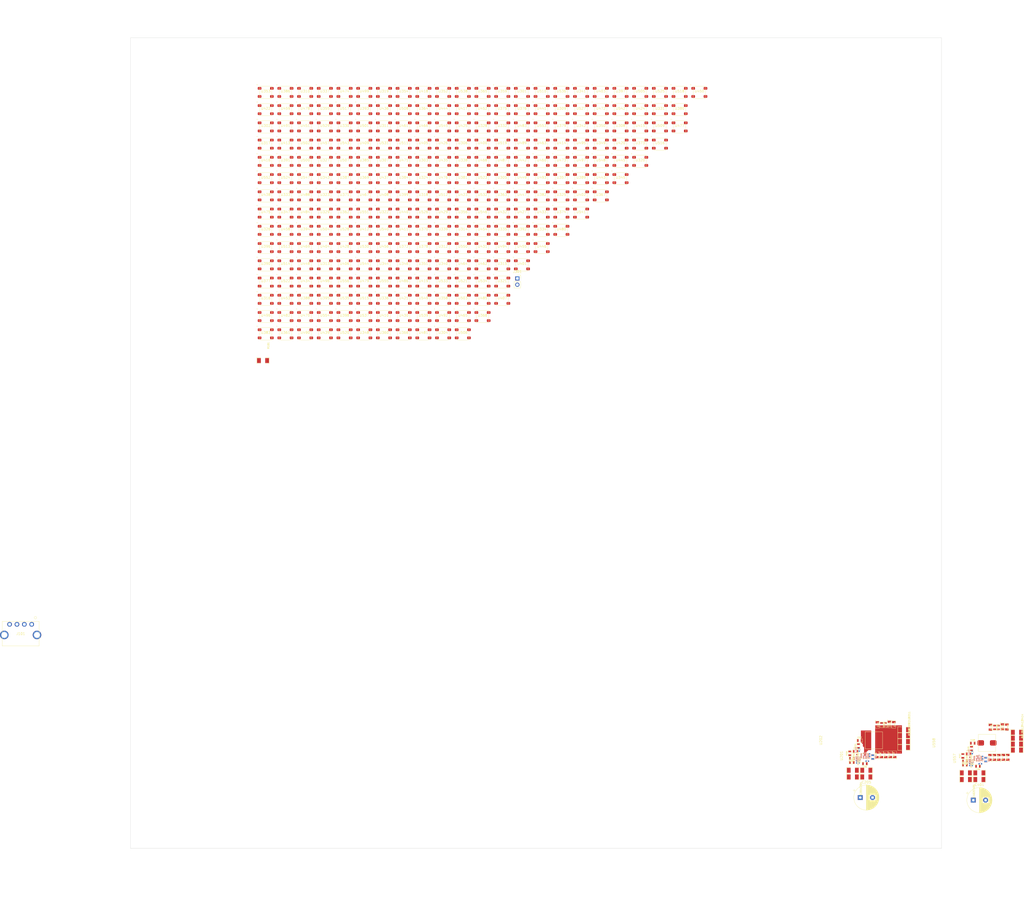
<source format=kicad_pcb>
(kicad_pcb (version 20211014) (generator pcbnew)
  (title_block (title "Shiny LED panel") (date "2022-11-16") (rev "0.1"))
  (layers (0 "F.Cu" signal) (1 "In1.Cu" signal) (2 "In2.Cu" signal) (31 "B.Cu" signal) (34 "B.Paste" user) (35 "F.Paste" user) (36 "B.SilkS" user "B.Silkscreen") (37 "F.SilkS" user "F.Silkscreen") (38 "B.Mask" user) (39 "F.Mask" user) (44 "Edge.Cuts" user))
  (net 0 "")
  (net 1 "GND")
  (net 2 "/Power Lane 0/PW_ENABLE")
  (net 3 "Net-(R201-Pad2)")
  (net 5 "/Power Lane 0/19V")
  (net 6 "Net-(C207-Pad1)")
  (net 7 "Net-(U201-Pad9)")
  (net 8 "Net-(C208-Pad1)")
  (net 9 "Net-(R203-Pad2)")
  (net 10 "Net-(R205-Pad1)")
  (net 11 "/Power Lane 0/POWER_OUT")
  (net 12 "Net-(U201-Pad6)")
  (net 13 "/Power Lane 0/PG")
  (net 14 "Net-(J301-Pad2)")
  (net 15 "/Lane 0/LANE_POWER")
  (net 16 "Net-(U301-Pad2)")
  (net 17 "Net-(U301-Pad4)")
  (net 18 "Net-(U302-Pad1)")
  (net 19 "Net-(U302-Pad2)")
  (net 20 "Net-(U302-Pad4)")
  (net 21 "Net-(U303-Pad1)")
  (net 22 "Net-(U303-Pad2)")
  (net 23 "Net-(U303-Pad4)")
  (net 24 "Net-(U304-Pad1)")
  (net 25 "Net-(U304-Pad2)")
  (net 26 "Net-(U304-Pad4)")
  (net 27 "Net-(U305-Pad1)")
  (net 28 "Net-(U305-Pad2)")
  (net 29 "Net-(U305-Pad4)")
  (net 30 "Net-(U306-Pad1)")
  (net 31 "Net-(U306-Pad2)")
  (net 32 "Net-(U306-Pad4)")
  (net 33 "Net-(U307-Pad1)")
  (net 34 "Net-(U307-Pad2)")
  (net 35 "Net-(U307-Pad4)")
  (net 36 "Net-(U308-Pad1)")
  (net 37 "Net-(U308-Pad2)")
  (net 38 "Net-(U308-Pad4)")
  (net 39 "Net-(U309-Pad4)")
  (net 40 "Net-(U310-Pad4)")
  (net 41 "Net-(U311-Pad4)")
  (net 42 "Net-(U312-Pad4)")
  (net 43 "Net-(U313-Pad4)")
  (net 44 "Net-(U314-Pad4)")
  (net 45 "Net-(U315-Pad4)")
  (net 46 "Net-(U316-Pad4)")
  (net 47 "Net-(U317-Pad4)")
  (net 48 "Net-(U318-Pad4)")
  (net 49 "Net-(U319-Pad4)")
  (net 50 "Net-(U320-Pad4)")
  (net 51 "Net-(U321-Pad4)")
  (net 52 "Net-(U322-Pad4)")
  (net 53 "Net-(U323-Pad4)")
  (net 54 "Net-(U324-Pad4)")
  (net 55 "Net-(U325-Pad4)")
  (net 56 "Net-(U326-Pad4)")
  (net 57 "Net-(U327-Pad4)")
  (net 58 "Net-(U328-Pad4)")
  (net 59 "Net-(U329-Pad4)")
  (net 60 "Net-(U330-Pad4)")
  (net 61 "Net-(U331-Pad4)")
  (net 62 "Net-(U332-Pad4)")
  (net 63 "Net-(U333-Pad4)")
  (net 64 "Net-(U334-Pad4)")
  (net 65 "Net-(U335-Pad4)")
  (net 66 "Net-(U336-Pad4)")
  (net 67 "Net-(U337-Pad4)")
  (net 68 "Net-(U338-Pad4)")
  (net 69 "Net-(U339-Pad4)")
  (net 70 "Net-(U340-Pad4)")
  (net 71 "Net-(U341-Pad4)")
  (net 72 "Net-(U342-Pad4)")
  (net 73 "Net-(U343-Pad4)")
  (net 74 "Net-(U344-Pad4)")
  (net 75 "Net-(U345-Pad4)")
  (net 76 "Net-(U346-Pad4)")
  (net 77 "Net-(U347-Pad4)")
  (net 78 "Net-(U348-Pad4)")
  (net 79 "Net-(U349-Pad4)")
  (net 80 "Net-(U350-Pad4)")
  (net 81 "Net-(U351-Pad4)")
  (net 82 "Net-(U352-Pad4)")
  (net 83 "Net-(U353-Pad4)")
  (net 84 "Net-(U354-Pad4)")
  (net 85 "Net-(U355-Pad4)")
  (net 86 "Net-(U356-Pad4)")
  (net 87 "Net-(U357-Pad4)")
  (net 88 "Net-(U358-Pad4)")
  (net 89 "Net-(U359-Pad4)")
  (net 90 "Net-(U360-Pad4)")
  (net 91 "Net-(U361-Pad4)")
  (net 92 "Net-(U362-Pad4)")
  (net 93 "Net-(U363-Pad4)")
  (net 94 "Net-(U364-Pad4)")
  (net 95 "Net-(U365-Pad4)")
  (net 96 "Net-(U366-Pad4)")
  (net 97 "Net-(U367-Pad4)")
  (net 98 "Net-(U368-Pad4)")
  (net 99 "Net-(U369-Pad4)")
  (net 100 "Net-(U370-Pad4)")
  (net 101 "Net-(U371-Pad4)")
  (net 102 "Net-(U372-Pad4)")
  (net 103 "Net-(U373-Pad4)")
  (net 104 "Net-(U374-Pad4)")
  (net 105 "Net-(U375-Pad4)")
  (net 106 "Net-(U376-Pad4)")
  (net 107 "Net-(U377-Pad4)")
  (net 108 "Net-(U378-Pad4)")
  (net 109 "Net-(U379-Pad4)")
  (net 110 "Net-(U380-Pad4)")
  (net 111 "Net-(U381-Pad4)")
  (net 112 "Net-(U382-Pad4)")
  (net 113 "Net-(U383-Pad4)")
  (net 114 "Net-(U384-Pad4)")
  (net 115 "Net-(U385-Pad4)")
  (net 116 "Net-(U386-Pad4)")
  (net 117 "Net-(U387-Pad4)")
  (net 118 "Net-(U388-Pad4)")
  (net 119 "Net-(U389-Pad4)")
  (net 120 "Net-(U390-Pad4)")
  (net 121 "Net-(U391-Pad4)")
  (net 122 "Net-(U392-Pad4)")
  (net 123 "Net-(U393-Pad4)")
  (net 124 "Net-(U394-Pad4)")
  (net 125 "Net-(U395-Pad4)")
  (net 126 "Net-(U396-Pad4)")
  (net 127 "Net-(U397-Pad4)")
  (net 128 "Net-(U398-Pad4)")
  (net 129 "Net-(U399-Pad4)")
  (net 130 "Net-(U400-Pad4)")
  (net 131 "Net-(U401-Pad4)")
  (net 132 "Net-(U402-Pad4)")
  (net 133 "Net-(U403-Pad4)")
  (net 134 "Net-(U404-Pad4)")
  (net 135 "Net-(U405-Pad4)")
  (net 136 "Net-(U406-Pad4)")
  (net 137 "Net-(U407-Pad4)")
  (net 138 "Net-(U408-Pad4)")
  (net 139 "Net-(U409-Pad4)")
  (net 140 "Net-(U410-Pad4)")
  (net 141 "Net-(U411-Pad4)")
  (net 142 "Net-(U412-Pad4)")
  (net 143 "Net-(U413-Pad4)")
  (net 144 "Net-(U414-Pad4)")
  (net 145 "Net-(U415-Pad4)")
  (net 146 "Net-(U416-Pad4)")
  (net 147 "Net-(U417-Pad4)")
  (net 148 "Net-(U418-Pad4)")
  (net 149 "Net-(U419-Pad4)")
  (net 150 "Net-(U420-Pad4)")
  (net 151 "/Lane 0/LANE_DIN")
  (net 152 "Net-(U429-Pad1)")
  (net 153 "Net-(U429-Pad2)")
  (net 154 "Net-(U430-Pad2)")
  (net 155 "Net-(U431-Pad2)")
  (net 156 "Net-(U432-Pad2)")
  (net 157 "Net-(U433-Pad2)")
  (net 158 "Net-(U434-Pad2)")
  (net 159 "Net-(U435-Pad2)")
  (net 160 "Net-(U436-Pad2)")
  (net 161 "Net-(U437-Pad2)")
  (net 162 "Net-(U438-Pad2)")
  (net 163 "Net-(U439-Pad2)")
  (net 164 "Net-(U440-Pad2)")
  (net 165 "Net-(U441-Pad2)")
  (net 166 "Net-(U442-Pad2)")
  (net 167 "Net-(U443-Pad2)")
  (net 168 "Net-(U444-Pad2)")
  (net 169 "Net-(U445-Pad1)")
  (net 170 "Net-(U445-Pad2)")
  (net 171 "Net-(U446-Pad2)")
  (net 172 "Net-(U447-Pad2)")
  (net 173 "Net-(U448-Pad2)")
  (net 174 "Net-(U449-Pad2)")
  (net 175 "Net-(U450-Pad2)")
  (net 176 "Net-(U451-Pad2)")
  (net 177 "Net-(U452-Pad2)")
  (net 178 "Net-(U453-Pad2)")
  (net 179 "Net-(U454-Pad2)")
  (net 180 "Net-(U455-Pad2)")
  (net 181 "Net-(U456-Pad2)")
  (net 182 "Net-(U457-Pad2)")
  (net 183 "Net-(U458-Pad2)")
  (net 184 "Net-(U459-Pad2)")
  (net 185 "Net-(U460-Pad2)")
  (net 186 "Net-(U461-Pad1)")
  (net 187 "Net-(U461-Pad2)")
  (net 188 "Net-(U462-Pad2)")
  (net 189 "Net-(U463-Pad2)")
  (net 190 "Net-(U464-Pad2)")
  (net 191 "Net-(U465-Pad2)")
  (net 192 "Net-(U466-Pad2)")
  (net 193 "Net-(U467-Pad2)")
  (net 194 "Net-(U468-Pad2)")
  (net 195 "Net-(U469-Pad2)")
  (net 196 "Net-(U470-Pad2)")
  (net 197 "Net-(U471-Pad2)")
  (net 198 "Net-(U472-Pad2)")
  (net 199 "Net-(U473-Pad2)")
  (net 200 "Net-(U474-Pad2)")
  (net 201 "Net-(U475-Pad2)")
  (net 202 "Net-(U476-Pad2)")
  (net 203 "Net-(U477-Pad1)")
  (net 204 "Net-(U477-Pad2)")
  (net 205 "Net-(U478-Pad2)")
  (net 206 "Net-(U479-Pad2)")
  (net 207 "Net-(U480-Pad2)")
  (net 208 "Net-(U481-Pad2)")
  (net 209 "Net-(U482-Pad2)")
  (net 210 "Net-(U483-Pad2)")
  (net 211 "Net-(U484-Pad2)")
  (net 212 "Net-(U485-Pad2)")
  (net 213 "Net-(U486-Pad2)")
  (net 214 "Net-(U487-Pad2)")
  (net 215 "Net-(U488-Pad2)")
  (net 216 "Net-(U489-Pad2)")
  (net 217 "Net-(U490-Pad2)")
  (net 218 "Net-(U491-Pad2)")
  (net 219 "Net-(U492-Pad2)")
  (net 220 "Net-(U493-Pad1)")
  (net 221 "Net-(U493-Pad2)")
  (net 222 "Net-(U494-Pad2)")
  (net 223 "Net-(U495-Pad2)")
  (net 224 "Net-(U496-Pad2)")
  (net 225 "Net-(U497-Pad2)")
  (net 226 "Net-(U498-Pad2)")
  (net 227 "Net-(U499-Pad2)")
  (net 228 "Net-(U500-Pad2)")
  (net 229 "Net-(U501-Pad2)")
  (net 230 "Net-(U502-Pad2)")
  (net 231 "Net-(U503-Pad2)")
  (net 232 "Net-(U504-Pad2)")
  (net 233 "Net-(U505-Pad2)")
  (net 234 "Net-(U506-Pad2)")
  (net 235 "Net-(U507-Pad2)")
  (net 236 "Net-(U508-Pad2)")
  (net 237 "Net-(U509-Pad1)")
  (net 238 "Net-(U509-Pad2)")
  (net 239 "Net-(U510-Pad2)")
  (net 240 "Net-(U511-Pad2)")
  (net 241 "Net-(U512-Pad2)")
  (net 242 "Net-(U513-Pad2)")
  (net 243 "Net-(U514-Pad2)")
  (net 244 "Net-(U515-Pad2)")
  (net 245 "Net-(U516-Pad2)")
  (net 246 "Net-(U517-Pad2)")
  (net 247 "Net-(U518-Pad2)")
  (net 248 "Net-(U519-Pad2)")
  (net 249 "Net-(U520-Pad2)")
  (net 250 "Net-(U521-Pad2)")
  (net 251 "Net-(U522-Pad2)")
  (net 252 "Net-(U523-Pad2)")
  (net 253 "Net-(U524-Pad2)")
  (net 254 "Net-(U525-Pad1)")
  (net 255 "Net-(U525-Pad2)")
  (net 256 "Net-(U526-Pad2)")
  (net 257 "Net-(U527-Pad2)")
  (net 258 "Net-(U528-Pad2)")
  (net 259 "Net-(U529-Pad2)")
  (net 260 "Net-(U530-Pad2)")
  (net 261 "Net-(U531-Pad2)")
  (net 262 "Net-(U532-Pad2)")
  (net 263 "Net-(U533-Pad2)")
  (net 264 "Net-(U534-Pad2)")
  (net 265 "Net-(U535-Pad2)")
  (net 266 "Net-(U536-Pad2)")
  (net 267 "Net-(U537-Pad2)")
  (net 268 "Net-(U538-Pad2)")
  (net 269 "Net-(U539-Pad2)")
  (net 270 "Net-(U540-Pad2)")
  (net 271 "Net-(U541-Pad1)")
  (net 272 "Net-(U541-Pad2)")
  (net 273 "Net-(U542-Pad2)")
  (net 274 "Net-(U543-Pad2)")
  (net 275 "Net-(U544-Pad2)")
  (net 276 "Net-(U545-Pad2)")
  (net 277 "Net-(U546-Pad2)")
  (net 278 "Net-(U547-Pad2)")
  (net 279 "Net-(U548-Pad2)")
  (net 280 "Net-(U549-Pad2)")
  (net 281 "Net-(U550-Pad2)")
  (net 282 "Net-(U551-Pad2)")
  (net 283 "Net-(U552-Pad2)")
  (net 284 "Net-(U553-Pad2)")
  (net 285 "Net-(U554-Pad2)")
  (net 286 "Net-(U555-Pad2)")
  (net 287 "Net-(C407-Pad2)")
  (net 288 "Net-(C408-Pad1)")
  (net 289 "Net-(C410-Pad1)")
  (net 290 "/Power Lane 1/PW_ENABLE")
  (net 291 "Net-(R401-Pad2)")
  (net 292 "Net-(R403-Pad2)")
  (net 293 "Net-(R405-Pad1)")
  (net 294 "/Power Lane 1/PG")
  (net 295 "Net-(R408-Pad1)")
  (net 296 "/Power Lane 1/POWER_OUT")
  (net 298 "/Power Lane 0/SW")
  (net 299 "/Power Lane 0/POUT_SW")
  (net 300 "/Power Lane 1/SW")
  (net 301 "/Power Lane 1/POUT_SW")
  (footprint "WorldSemi:WS2812B_50x50" (layer "F.Cu") (at 200.46 158.9)
    (fp_text reference "U490")
    (fp_text value "WS2812B")
  )
  (footprint "WorldSemi:WS2812B_50x50" (layer "F.Cu") (at 184.42 130.82)
    (fp_text reference "U390")
    (fp_text value "WS2812B")
  )
  (footprint "WorldSemi:WS2812B_50x50" (layer "F.Cu") (at 264.62 95.72)
    (fp_text reference "U381")
    (fp_text value "WS2812B")
  )
  (footprint "WorldSemi:WS2812B_50x50" (layer "F.Cu") (at 208.48 123.8)
    (fp_text reference "U404")
    (fp_text value "WS2812B")
  )
  (footprint "General_SMD:SM1206" (layer "F.Cu") (at 183.322079 169.785079)
    (fp_text reference "R101")
    (fp_text value "RES_1206" hide)
  )
  (footprint "WorldSemi:WS2812B_50x50" (layer "F.Cu") (at 272.64 67.64)
    (fp_text reference "U452")
    (fp_text value "WS2812B")
  )
  (footprint "WorldSemi:WS2812B_50x50" (layer "F.Cu") (at 328.78 74.66)
    (fp_text reference "U308")
    (fp_text value "WS2812B")
  )
  (footprint "WorldSemi:WS2812B_50x50" (layer "F.Cu") (at 304.72 81.68)
    (fp_text reference "U414")
    (fp_text value "WS2812B")
  )
  (footprint "WorldSemi:WS2812B_50x50" (layer "F.Cu") (at 304.72 95.72)
    (fp_text reference "U357")
    (fp_text value "WS2812B")
  )
  (footprint "General_SMD:SM1206" (layer "F.Cu") (at 428.800001 339.3 180)
    (fp_text reference "C201")
    (fp_text value "10uF - 50V" hide)
  )
  (footprint "WorldSemi:WS2812B_50x50" (layer "F.Cu") (at 192.44 144.86)
    (fp_text reference "U453")
    (fp_text value "WS2812B")
  )
  (footprint "General_SMD:SM1206" (layer "F.Cu") (at 444.099999 322.500001)
    (fp_text reference "R210")
    (fp_text value "0" hide)
  )
  (footprint "WorldSemi:WS2812B_50x50" (layer "F.Cu") (at 256.6 116.78)
    (fp_text reference "U339")
    (fp_text value "WS2812B")
  )
  (footprint "WorldSemi:WS2812B_50x50" (layer "F.Cu") (at 216.5 102.74)
    (fp_text reference "U371")
    (fp_text value "WS2812B")
  )
  (footprint "General_SMD:SM0603" (layer "F.Cu") (at 424.4 328.9)
    (fp_text reference "C219")
    (fp_text value "1uF" hide)
  )
  (footprint "WorldSemi:WS2812B_50x50" (layer "F.Cu") (at 248.58 67.64)
    (fp_text reference "U364")
    (fp_text value "WS2812B")
  )
  (footprint "WorldSemi:WS2812B_50x50" (layer "F.Cu") (at 192.44 102.74)
    (fp_text reference "U333")
    (fp_text value "WS2812B")
  )
  (footprint "WorldSemi:WS2812B_50x50" (layer "F.Cu") (at 216.5 130.82)
    (fp_text reference "U406")
    (fp_text value "WS2812B")
  )
  (footprint "WorldSemi:WS2812B_50x50" (layer "F.Cu") (at 216.5 60.62)
    (fp_text reference "U474")
    (fp_text value "WS2812B")
  )
  (footprint "WorldSemi:WS2812B_50x50" (layer "F.Cu") (at 232.54 116.78)
    (fp_text reference "U540")
    (fp_text value "WS2812B")
  )
  (footprint "WorldSemi:WS2812B_50x50" (layer "F.Cu") (at 264.62 144.86)
    (fp_text reference "U503")
    (fp_text value "WS2812B")
  )
  (footprint "WorldSemi:WS2812B_50x50" (layer "F.Cu") (at 320.76 60.62)
    (fp_text reference "U403")
    (fp_text value "WS2812B")
  )
  (footprint "WorldSemi:WS2812B_50x50" (layer "F.Cu") (at 312.74 67.64)
    (fp_text reference "U527")
    (fp_text value "WS2812B")
  )
  (footprint "WorldSemi:WS2812B_50x50" (layer "F.Cu") (at 184.42 88.7)
    (fp_text reference "U416")
    (fp_text value "WS2812B")
  )
  (footprint "General_SMD:SM0402" (layer "F.Cu") (at 425 332.299999 90)
    (fp_text reference "R204")
    (fp_text value "43k" hide)
  )
  (footprint "WorldSemi:WS2812B_50x50" (layer "F.Cu") (at 304.72 88.7)
    (fp_text reference "U473")
    (fp_text value "WS2812B")
  )
  (footprint "WorldSemi:WS2812B_50x50" (layer "F.Cu") (at 272.64 123.8)
    (fp_text reference "U431")
    (fp_text value "WS2812B")
  )
  (footprint "WorldSemi:WS2812B_50x50" (layer "F.Cu") (at 184.42 151.88)
    (fp_text reference "U496")
    (fp_text value "WS2812B")
  )
  (footprint "WorldSemi:WS2812B_50x50" (layer "F.Cu") (at 256.6 130.82)
    (fp_text reference "U340")
    (fp_text value "WS2812B")
  )
  (footprint "WorldSemi:WS2812B_50x50" (layer "F.Cu") (at 344.82 81.68)
    (fp_text reference "U516")
    (fp_text value "WS2812B")
  )
  (footprint "General_SMD:SM0805" (layer "F.Cu") (at 486.3365 331.3255 90)
    (fp_text reference "C415")
    (fp_text value "10uF - 16V" hide)
  )
  (footprint "General_SMD:SM0603" (layer "F.Cu") (at 428.199999 333.900001 180)
    (fp_text reference "C206")
    (fp_text value "100nF" hide)
  )
  (footprint "WorldSemi:WS2812B_50x50" (layer "F.Cu") (at 352.84 74.66)
    (fp_text reference "U477")
    (fp_text value "WS2812B")
  )
  (footprint "WorldSemi:WS2812B_50x50" (layer "F.Cu") (at 192.44 123.8)
    (fp_text reference "U513")
    (fp_text value "WS2812B")
  )
  (footprint "WorldSemi:WS2812B_50x50" (layer "F.Cu") (at 208.48 88.7)
    (fp_text reference "U327")
    (fp_text value "WS2812B")
  )
  (footprint "WorldSemi:WS2812B_50x50" (layer "F.Cu") (at 200.46 130.82)
    (fp_text reference "U448")
    (fp_text value "WS2812B")
  )
  (footprint "WorldSemi:WS2812B_50x50" (layer "F.Cu") (at 248.58 151.88)
    (fp_text reference "U539")
    (fp_text value "WS2812B")
  )
  (footprint "General_SMD:SM1206" (layer "F.Cu") (at 490.100001 321.1525)
    (fp_text reference "R414")
    (fp_text value "0" hide)
  )
  (footprint "Capacitor_THT:CP_Radial_D10.0mm_P5.00mm" (layer "F.Cu") (at 472.332324 348.752502)
    (fp_text reference "C401")
    (fp_text value "100uF")
  )
  (footprint "General_SMD:SM1206" (layer "F.Cu") (at 444.1 327.300001)
    (fp_text reference "R208")
    (fp_text value "0" hide)
  )
  (footprint "WorldSemi:WS2812B_50x50" (layer "F.Cu") (at 232.54 109.76)
    (fp_text reference "U322")
    (fp_text value "WS2812B")
  )
  (footprint "WorldSemi:WS2812B_50x50" (layer "F.Cu") (at 232.54 74.66)
    (fp_text reference "U311")
    (fp_text value "WS2812B")
  )
  (footprint "WorldSemi:WS2812B_50x50" (layer "F.Cu") (at 264.62 158.9)
    (fp_text reference "U506")
    (fp_text value "WS2812B")
  )
  (footprint "WorldSemi:WS2812B_50x50" (layer "F.Cu") (at 232.54 130.82)
    (fp_text reference "U344")
    (fp_text value "WS2812B")
  )
  (footprint "WorldSemi:WS2812B_50x50" (layer "F.Cu") (at 216.5 81.68)
    (fp_text reference "U543")
    (fp_text value "WS2812B")
  )
  (footprint "WorldSemi:WS2812B_50x50" (layer "F.Cu") (at 280.66 95.72)
    (fp_text reference "U305")
    (fp_text value "WS2812B")
  )
  (footprint "WorldSemi:WS2812B_50x50" (layer "F.Cu") (at 336.8 74.66)
    (fp_text reference "U415")
    (fp_text value "WS2812B")
  )
  (footprint "WorldSemi:WS2812B_50x50" (layer "F.Cu") (at 280.66 109.76)
    (fp_text reference "U432")
    (fp_text value "WS2812B")
  )
  (footprint "General_SMD:SM1206" (layer "F.Cu") (at 423.3 336.600001)
    (fp_text reference "C202")
    (fp_text value "10uF - 50V" hide)
  )
  (footprint "General_SMD:SM0603" (layer "F.Cu") (at 481.000001 319.152501 -90)
    (fp_text reference "C420")
    (fp_text value "100nF" hide)
  )
  (footprint "WorldSemi:WS2812B_50x50" (layer "F.Cu") (at 184.42 158.9)
    (fp_text reference "U383")
    (fp_text value "WS2812B")
  )
  (footprint "WorldSemi:WS2812B_50x50" (layer "F.Cu") (at 296.7 109.76)
    (fp_text reference "U433")
    (fp_text value "WS2812B")
  )
  (footprint "WorldSemi:WS2812B_50x50" (layer "F.Cu") (at 224.52 109.76)
    (fp_text reference "U551")
    (fp_text value "WS2812B")
  )
  (footprint "WorldSemi:WS2812B_50x50" (layer "F.Cu") (at 216.5 88.7)
    (fp_text reference "U507")
    (fp_text value "WS2812B")
  )
  (footprint "WorldSemi:WS2812B_50x50" (layer "F.Cu") (at 312.74 95.72)
    (fp_text reference "U389")
    (fp_text value "WS2812B")
  )
  (footprint "WorldSemi:WS2812B_50x50" (layer "F.Cu") (at 232.54 60.62)
    (fp_text reference "U319")
    (fp_text value "WS2812B")
  )
  (footprint "WorldSemi:WS2812B_50x50" (layer "F.Cu") (at 200.46 144.86)
    (fp_text reference "U388")
    (fp_text value "WS2812B")
  )
  (footprint "General_SMD:SM0402" (layer "F.Cu") (at 471 333.3525 90)
    (fp_text reference "R410")
    (fp_text value "43k" hide)
  )
  (footprint "WorldSemi:WS2812B_50x50" (layer "F.Cu") (at 328.78 81.68)
    (fp_text reference "U420")
    (fp_text value "WS2812B")
  )
  (footprint "WorldSemi:WS2812B_50x50" (layer "F.Cu") (at 216.5 158.9)
    (fp_text reference "U520")
    (fp_text value "WS2812B")
  )
  (footprint "WorldSemi:WS2812B_50x50" (layer "F.Cu") (at 304.72 116.78)
    (fp_text reference "U480")
    (fp_text value "WS2812B")
  )
  (footprint "WorldSemi:WS2812B_50x50" (layer "F.Cu") (at 232.54 144.86)
    (fp_text reference "U336")
    (fp_text value "WS2812B")
  )
  (footprint "WorldSemi:WS2812B_50x50" (layer "F.Cu") (at 224.52 151.88)
    (fp_text reference "U537")
    (fp_text value "WS2812B")
  )
  (footprint "WorldSemi:WS2812B_50x50" (layer "F.Cu") (at 264.62 67.64)
    (fp_text reference "U417")
    (fp_text value "WS2812B")
  )
  (footprint "WorldSemi:WS2812B_50x50" (layer "F.Cu") (at 240.56 123.8)
    (fp_text reference "U372")
    (fp_text value "WS2812B")
  )
  (footprint "WorldSemi:WS2812B_50x50" (layer "F.Cu") (at 296.7 67.64)
    (fp_text reference "U441")
    (fp_text value "WS2812B")
  )
  (footprint "WorldSemi:WS2812B_50x50" (layer "F.Cu") (at 280.66 81.68)
    (fp_text reference "U519")
    (fp_text value "WS2812B")
  )
  (footprint "WorldSemi:WS2812B_50x50" (layer "F.Cu") (at 200.46 123.8)
    (fp_text reference "U469")
    (fp_text value "WS2812B")
  )
  (footprint "General_SMD:SM1206" (layer "F.Cu") (at 490.1 323.552501)
    (fp_text reference "R413")
    (fp_text value "0" hide)
  )
  (footprint "General_SMD:SM0402" (layer "F.Cu") (at 471.000002 331.752501 -90)
    (fp_text reference "R409")
    (fp_text value "9.53k" hide)
  )
  (footprint "WorldSemi:WS2812B_50x50" (layer "F.Cu") (at 296.7 123.8)
    (fp_text reference "U446")
    (fp_text value "WS2812B")
  )
  (footprint "WorldSemi:WS2812B_50x50" (layer "F.Cu") (at 208.48 102.74)
    (fp_text reference "U323")
    (fp_text value "WS2812B")
  )
  (footprint "WorldSemi:WS2812B_50x50" (layer "F.Cu") (at 272.64 151.88)
    (fp_text reference "U368")
    (fp_text value "WS2812B")
  )
  (footprint "WorldSemi:WS2812B_50x50" (layer "F.Cu") (at 184.42 60.62)
    (fp_text reference "U353")
    (fp_text value "WS2812B")
  )
  (footprint "WorldSemi:WS2812B_50x50" (layer "F.Cu") (at 280.66 137.84)
    (fp_text reference "U321")
    (fp_text value "WS2812B")
  )
  (footprint "WorldSemi:WS2812B_50x50" (layer "F.Cu") (at 224.52 130.82)
    (fp_text reference "U544")
    (fp_text value "WS2812B")
  )
  (footprint "General_SMD:SM1206" (layer "F.Cu") (at 469.300001 337.6525)
    (fp_text reference "C403")
    (fp_text value "10uF - 50V" hide)
  )
  (footprint "WorldSemi:WS2812B_50x50" (layer "F.Cu") (at 288.68 60.62)
    (fp_text reference "U301")
    (fp_text value "WS2812B")
  )
  (footprint "WorldSemi:WS2812B_50x50" (layer "F.Cu") (at 208.48 158.9)
    (fp_text reference "U439")
    (fp_text value "WS2812B")
  )
  (footprint "General_SMD:SM0805" (layer "F.Cu") (at 484.184002 318.8795 -90)
    (fp_text reference "C417")
    (fp_text value "10uF - 16V" hide)
  )
  (footprint "General_SMD:SM0805" (layer "F.Cu") (at 434.9 330.300001 90)
    (fp_text reference "C210")
    (fp_text value "10uF - 16V" hide)
  )
  (footprint "WorldSemi:WS2812B_50x50" (layer "F.Cu") (at 272.64 88.7)
    (fp_text reference "U468")
    (fp_text value "WS2812B")
  )
  (footprint "General_SMD:SM0603" (layer "F.Cu") (at 422.1 329.700001 90)
    (fp_text reference "R206")
    (fp_text value "NC" hide)
  )
  (footprint "WorldSemi:WS2812B_50x50" (layer "F.Cu") (at 208.48 95.72)
    (fp_text reference "U343")
    (fp_text value "WS2812B")
  )
  (footprint "WorldSemi:WS2812B_50x50" (layer "F.Cu") (at 280.66 74.66)
    (fp_text reference "U332")
    (fp_text value "WS2812B")
  )
  (footprint "WorldSemi:WS2812B_50x50" (layer "F.Cu") (at 240.56 151.88)
    (fp_text reference "U430")
    (fp_text value "WS2812B")
  )
  (footprint "WorldSemi:WS2812B_50x50" (layer "F.Cu") (at 344.82 60.62)
    (fp_text reference "U525")
    (fp_text value "WS2812B")
  )
  (footprint "WorldSemi:WS2812B_50x50" (layer "F.Cu") (at 328.78 88.7)
    (fp_text reference "U445")
    (fp_text value "WS2812B")
  )
  (footprint "WorldSemi:WS2812B_50x50" (layer "F.Cu") (at 256.6 123.8)
    (fp_text reference "U312")
    (fp_text value "WS2812B")
  )
  (footprint "WorldSemi:WS2812B_50x50" (layer "F.Cu") (at 232.54 151.88)
    (fp_text reference "U410")
    (fp_text value "WS2812B")
  )
  (footprint "WorldSemi:WS2812B_50x50" (layer "F.Cu") (at 272.64 74.66)
    (fp_text reference "U328")
    (fp_text value "WS2812B")
  )
  (footprint "WorldSemi:WS2812B_50x50" (layer "F.Cu") (at 336.8 67.64)
    (fp_text reference "U424")
    (fp_text value "WS2812B")
  )
  (footprint "WorldSemi:WS2812B_50x50" (layer "F.Cu") (at 328.78 95.72)
    (fp_text reference "U345")
    (fp_text value "WS2812B")
  )
  (footprint "WorldSemi:WS2812B_50x50" (layer "F.Cu") (at 264.62 130.82)
    (fp_text reference "U464")
    (fp_text value "WS2812B")
  )
  (footprint "WorldSemi:WS2812B_50x50" (layer "F.Cu") (at 320.76 102.74)
    (fp_text reference "U367")
    (fp_text value "WS2812B")
  )
  (footprint "WorldSemi:WS2812B_50x50" (layer "F.Cu") (at 184.42 95.72)
    (fp_text reference "U552")
    (fp_text value "WS2812B")
  )
  (footprint "General_SMD:SM1206" (layer "F.Cu") (at 490.100001 328.352499)
    (fp_text reference "R411")
    (fp_text value "0" hide)
  )
  (footprint "WorldSemi:WS2812B_50x50" (layer "F.Cu") (at 200.46 109.76)
    (fp_text reference "U484")
    (fp_text value "WS2812B")
  )
  (footprint "WorldSemi:WS2812B_50x50" (layer "F.Cu") (at 192.44 88.7)
    (fp_text reference "U391")
    (fp_text value "WS2812B")
  )
  (footprint "WorldSemi:WS2812B_50x50" (layer "F.Cu") (at 232.54 81.68)
    (fp_text reference "U531")
    (fp_text value "WS2812B")
  )
  (footprint "General_SMD:SM1206" (layer "F.Cu") (at 474.800002 340.3525 180)
    (fp_text reference "C402")
    (fp_text value "10uF - 50V" hide)
  )
  (footprint "WorldSemi:WS2812B_50x50" (layer "F.Cu") (at 208.48 67.64)
    (fp_text reference "U355")
    (fp_text value "WS2812B")
  )
  (footprint "WorldSemi:WS2812B_50x50" (layer "F.Cu") (at 192.44 60.62)
    (fp_text reference "U386")
    (fp_text value "WS2812B")
  )
  (footprint "WorldSemi:WS2812B_50x50" (layer "F.Cu") (at 264.62 88.7)
    (fp_text reference "U338")
    (fp_text value "WS2812B")
  )
  (footprint "WorldSemi:WS2812B_50x50" (layer "F.Cu") (at 216.5 95.72)
    (fp_text reference "U387")
    (fp_text value "WS2812B")
  )
  (footprint "WorldSemi:WS2812B_50x50" (layer "F.Cu") (at 264.62 102.74)
    (fp_text reference "U423")
    (fp_text value "WS2812B")
  )
  (footprint "WorldSemi:WS2812B_50x50" (layer "F.Cu") (at 280.66 60.62)
    (fp_text reference "U359")
    (fp_text value "WS2812B")
  )
  (footprint "WorldSemi:WS2812B_50x50" (layer "F.Cu") (at 184.42 144.86)
    (fp_text reference "U316")
    (fp_text value "WS2812B")
  )
  (footprint "WorldSemi:WS2812B_50x50" (layer "F.Cu") (at 248.58 60.62)
    (fp_text reference "U418")
    (fp_text value "WS2812B")
  )
  (footprint "WorldSemi:WS2812B_50x50" (layer "F.Cu") (at 184.42 137.84)
    (fp_text reference "U377")
    (fp_text value "WS2812B")
  )
  (footprint "WorldSemi:WS2812B_50x50" (layer "F.Cu") (at 256.6 137.84)
    (fp_text reference "U533")
    (fp_text value "WS2812B")
  )
  (footprint "WorldSemi:WS2812B_50x50" (layer "F.Cu") (at 192.44 130.82)
    (fp_text reference "U514")
    (fp_text value "WS2812B")
  )
  (footprint "WorldSemi:WS2812B_50x50" (layer "F.Cu") (at 248.58 81.68)
    (fp_text reference "U405")
    (fp_text value "WS2812B")
  )
  (footprint "WorldSemi:WS2812B_50x50" (layer "F.Cu") (at 304.72 109.76)
    (fp_text reference "U374")
    (fp_text value "WS2812B")
  )
  (footprint "WorldSemi:WS2812B_50x50" (layer "F.Cu") (at 216.5 123.8)
    (fp_text reference "U428")
    (fp_text value "WS2812B")
  )
  (footprint "WorldSemi:WS2812B_50x50" (layer "F.Cu") (at 200.46 102.74)
    (fp_text reference "U488")
    (fp_text value "WS2812B")
  )
  (footprint "WorldSemi:WS2812B_50x50" (layer "F.Cu") (at 288.68 130.82)
    (fp_text reference "U401")
    (fp_text value "WS2812B")
  )
  (footprint "WorldSemi:WS2812B_50x50" (layer "F.Cu") (at 224.52 102.74)
    (fp_text reference "U467")
    (fp_text value "WS2812B")
  )
  (footprint "WorldSemi:WS2812B_50x50" (layer "F.Cu") (at 288.68 116.78)
    (fp_text reference "U392")
    (fp_text value "WS2812B")
  )
  (footprint "WorldSemi:WS2812B_50x50" (layer "F.Cu") (at 208.48 144.86)
    (fp_text reference "U395")
    (fp_text value "WS2812B")
  )
  (footprint "WorldSemi:WS2812B_50x50" (layer "F.Cu") (at 320.76 88.7)
    (fp_text reference "U548")
    (fp_text value "WS2812B")
  )
  (footprint "WorldSemi:WS2812B_50x50" (layer "F.Cu") (at 216.5 137.84)
    (fp_text reference "U556")
    (fp_text value "WS2812B")
  )
  (footprint "WorldSemi:WS2812B_50x50" (layer "F.Cu") (at 248.58 116.78)
    (fp_text reference "U370")
    (fp_text value "WS2812B")
  )
  (footprint "WorldSemi:WS2812B_50x50" (layer "F.Cu") (at 224.52 116.78)
    (fp_text reference "U412")
    (fp_text value "WS2812B")
  )
  (footprint "WorldSemi:WS2812B_50x50" (layer "F.Cu") (at 192.44 95.72)
    (fp_text reference "U524")
    (fp_text value "WS2812B")
  )
  (footprint "WorldSemi:WS2812B_50x50" (layer "F.Cu") (at 208.48 116.78)
    (fp_text reference "U504")
    (fp_text value "WS2812B")
  )
  (footprint "WorldSemi:WS2812B_50x50" (layer "F.Cu") (at 200.46 95.72)
    (fp_text reference "U547")
    (fp_text value "WS2812B")
  )
  (footprint "WorldSemi:WS2812B_50x50" (layer "F.Cu") (at 248.58 158.9)
    (fp_text reference "U481")
    (fp_text value "WS2812B")
  )
  (footprint "WorldSemi:WS2812B_50x50" (layer "F.Cu") (at 360.86 60.62)
    (fp_text reference "U450")
    (fp_text value "WS2812B")
  )
  (footprint "WorldSemi:WS2812B_50x50" (layer "F.Cu") (at 216.5 116.78)
    (fp_text reference "U528")
    (fp_text value "WS2812B")
  )
  (footprint "WorldSemi:WS2812B_50x50" (layer "F.Cu") (at 200.46 116.78)
    (fp_text reference "U394")
    (fp_text value "WS2812B")
  )
  (footprint "QFN:MP8759_QFN12" (layer "F.Cu") (at 428.199999 330.7 90)
    (fp_text reference "U201")
    (fp_text value "MP8759GD")
  )
  (footprint "WorldSemi:WS2812B_50x50" (layer "F.Cu") (at 224.52 158.9)
    (fp_text reference "U348")
    (fp_text value "WS2812B")
  )
  (footprint "General_SMD:SM1206" (layer "F.Cu") (at 428.799999 336.599999 180)
    (fp_text reference "C204")
    (fp_text value "10uF - 50V" hide)
  )
  (footprint "WorldSemi:WS2812B_50x50" (layer "F.Cu") (at 208.48 151.88)
    (fp_text reference "U554")
    (fp_text value "WS2812B")
  )
  (footprint "WorldSemi:WS2812B_50x50" (layer "F.Cu") (at 256.6 158.9)
    (fp_text reference "U304")
    (fp_text value "WS2812B")
  )
  (footprint "WorldSemi:WS2812B_50x50" (layer "F.Cu") (at 264.62 137.84)
    (fp_text reference "U521")
    (fp_text value "WS2812B")
  )
  (footprint "WorldSemi:WS2812B_50x50" (layer "F.Cu") (at 280.66 67.64)
    (fp_text reference "U375")
    (fp_text value "WS2812B")
  )
  (footprint "WorldSemi:WS2812B_50x50" (layer "F.Cu") (at 272.64 144.86)
    (fp_text reference "U485")
    (fp_text value "WS2812B")
  )
  (footprint "WorldSemi:WS2812B_50x50" (layer "F.Cu") (at 296.7 102.74)
    (fp_text reference "U382")
    (fp_text value "WS2812B")
  )
  (footprint "General_SMD:SM0805" (layer "F.Cu") (at 439.984 317.927002 -90)
    (fp_text reference "C214")
    (fp_text value "10uF - 16V" hide)
  )
  (footprint "WorldSemi:WS2812B_50x50" (layer "F.Cu") (at 280.66 116.78)
    (fp_text reference "U335")
    (fp_text value "WS2812B")
  )
  (footprint "WorldSemi:WS2812B_50x50" (layer "F.Cu") (at 200.46 74.66)
    (fp_text reference "U451")
    (fp_text value "WS2812B")
  )
  (footprint "WorldSemi:WS2812B_50x50" (layer "F.Cu") (at 200.46 88.7)
    (fp_text reference "U500")
    (fp_text value "WS2812B")
  )
  (footprint "WorldSemi:WS2812B_50x50" (layer "F.Cu") (at 256.6 144.86)
    (fp_text reference "U358")
    (fp_text value "WS2812B")
  )
  (footprint "WorldSemi:WS2812B_50x50" (layer "F.Cu") (at 328.78 67.64)
    (fp_text reference "U542")
    (fp_text value "WS2812B")
  )
  (footprint "WorldSemi:WS2812B_50x50" (layer "F.Cu") (at 312.74 74.66)
    (fp_text reference "U342")
    (fp_text value "WS2812B")
  )
  (footprint "WorldSemi:WS2812B_50x50" (layer "F.Cu") (at 232.54 158.9)
    (fp_text reference "U360")
    (fp_text value "WS2812B")
  )
  (footprint "WorldSemi:WS2812B_50x50" (layer "F.Cu") (at 312.74 102.74)
    (fp_text reference "U402")
    (fp_text value "WS2812B")
  )
  (footprint "WorldSemi:WS2812B_50x50" (layer "F.Cu") (at 312.74 81.68)
    (fp_text reference "U495")
    (fp_text value "WS2812B")
  )
  (footprint "WorldSemi:WS2812B_50x50" (layer "F.Cu") (at 280.66 144.86)
    (fp_text reference "U407")
    (fp_text value "WS2812B")
  )
  (footprint "WorldSemi:WS2812B_50x50" (layer "F.Cu") (at 248.58 137.84)
    (fp_text reference "U419")
    (fp_text value "WS2812B")
  )
  (footprint "WorldSemi:WS2812B_50x50" (layer "F.Cu") (at 256.6 102.74)
    (fp_text reference "U512")
    (fp_text value "WS2812B")
  )
  (footprint "WorldSemi:WS2812B_50x50" (layer "F.Cu") (at 272.64 130.82)
    (fp_text reference "U462")
    (fp_text value "WS2812B")
  )
  (footprint "WorldSemi:WS2812B_50x50" (layer "F.Cu") (at 280.66 88.7)
    (fp_text reference "U487")
    (fp_text value "WS2812B")
  )
  (footprint "WorldSemi:WS2812B_50x50" (layer "F.Cu") (at 288.68 81.68)
    (fp_text reference "U489")
    (fp_text value "WS2812B")
  )
  (footprint "WorldSemi:WS2812B_50x50" (layer "F.Cu") (at 272.64 81.68)
    (fp_text reference "U400")
    (fp_text value "WS2812B")
  )
  (footprint "WorldSemi:WS2812B_50x50" (layer "F.Cu") (at 256.6 109.76)
    (fp_text reference "U429")
    (fp_text value "WS2812B")
  )
  (footprint "WorldSemi:WS2812B_50x50" (layer "F.Cu") (at 272.64 137.84)
    (fp_text reference "U534")
    (fp_text value "WS2812B")
  )
  (footprint "WorldSemi:WS2812B_50x50" (layer "F.Cu") (at 208.48 60.62)
    (fp_text reference "U337")
    (fp_text value "WS2812B")
  )
  (footprint "WorldSemi:WS2812B_50x50" (layer "F.Cu") (at 240.56 67.64)
    (fp_text reference "U508")
    (fp_text value "WS2812B")
  )
  (footprint "General_SMD:SM0603" (layer "F.Cu") (at 436.5 318.1 -90)
    (fp_text reference "C217")
    (fp_text value "100nF" hide)
  )
  (footprint "WorldSemi:WS2812B_50x50" (layer "F.Cu") (at 256.6 81.68)
    (fp_text reference "U426")
    (fp_text value "WS2812B")
  )
  (footprint "General_SMD:SM0603" (layer "F.Cu") (at 468.100002 330.7525 90)
    (fp_text reference "R407")
    (fp_text value "NC" hide)
  )
  (footprint "WorldSemi:WS2812B_50x50" (layer "F.Cu") (at 248.58 130.82)
    (fp_text reference "U351")
    (fp_text value "WS2812B")
  )
  (footprint "QFN:MP8759_QFN12" (layer "F.Cu") (at 474.199999 331.7525 90)
    (fp_text reference "U557")
    (fp_text value "MP8759GD")
  )
  (footprint "WorldSemi:WS2812B_50x50" (layer "F.Cu") (at 248.58 95.72)
    (fp_text reference "U324")
    (fp_text value "WS2812B")
  )
  (footprint "WorldSemi:WS2812B_50x50" (layer "F.Cu") (at 264.62 151.88)
    (fp_text reference "U465")
    (fp_text value "WS2812B")
  )
  (footprint "WorldSemi:WS2812B_50x50" (layer "F.Cu") (at 248.58 102.74)
    (fp_text reference "U318")
    (fp_text value "WS2812B")
  )
  (footprint "WorldSemi:WS2812B_50x50" (layer "F.Cu") (at 200.46 67.64)
    (fp_text reference "U478")
    (fp_text value "WS2812B")
  )
  (footprint "WorldSemi:WS2812B_50x50" (layer "F.Cu") (at 208.48 81.68)
    (fp_text reference "U457")
    (fp_text value "WS2812B")
  )
  (footprint "WorldSemi:WS2812B_50x50" (layer "F.Cu") (at 336.8 81.68)
    (fp_text reference "U373")
    (fp_text value "WS2812B")
  )
  (footprint "WorldSemi:WS2812B_50x50" (layer "F.Cu") (at 232.54 67.64)
    (fp_text reference "U436")
    (fp_text value "WS2812B")
  )
  (footprint "WorldSemi:WS2812B_50x50" (layer "F.Cu") (at 224.52 95.72)
    (fp_text reference "U369")
    (fp_text value "WS2812B")
  )
  (footprint "General_SMD:SM1206" (layer "F.Cu") (at 444.100001 324.900001)
    (fp_text reference "R209")
    (fp_text value "0" hide)
  )
  (footprint "WorldSemi:WS2812B_50x50" (layer "F.Cu") (at 208.48 137.84)
    (fp_text reference "U498")
    (fp_text value "WS2812B")
  )
  (footprint "WorldSemi:WS2812B_50x50" (layer "F.Cu") (at 280.66 123.8)
    (fp_text reference "U494")
    (fp_text value "WS2812B")
  )
  (footprint "WorldSemi:WS2812B_50x50" (layer "F.Cu") (at 264.62 74.66)
    (fp_text reference "U425")
    (fp_text value "WS2812B")
  )
  (footprint "General_SMD:SM0805" (layer "F.Cu") (at 433.284001 318.027 -90)
    (fp_text reference "C216")
    (fp_text value "10uF - 16V" hide)
  )
  (footprint "WorldSemi:WS2812B_50x50" (layer "F.Cu") (at 192.44 109.76)
    (fp_text reference "U347")
    (fp_text value "WS2812B")
  )
  (footprint "WorldSemi:WS2812B_50x50" (layer "F.Cu") (at 272.64 60.62)
    (fp_text reference "U365")
    (fp_text value "WS2812B")
  )
  (footprint "WorldSemi:WS2812B_50x50" (layer "F.Cu") (at 184.42 67.64)
    (fp_text reference "U422")
    (fp_text value "WS2812B")
  )
  (footprint "General_SMD:SM0805" (layer "F.Cu") (at 485.984001 318.979501 -90)
    (fp_text reference "C416")
    (fp_text value "10uF - 16V" hide)
  )
  (footprint "WorldSemi:WS2812B_50x50" (layer "F.Cu") (at 240.56 144.86)
    (fp_text reference "U421")
    (fp_text value "WS2812B")
  )
  (footprint "WorldSemi:WS2812B_50x50" (layer "F.Cu") (at 288.68 74.66)
    (fp_text reference "U483")
    (fp_text value "WS2812B")
  )
  (footprint "WorldSemi:WS2812B_50x50" (layer "F.Cu") (at 256.6 67.64)
    (fp_text reference "U444")
    (fp_text value "WS2812B")
  )
  (footprint "WorldSemi:WS2812B_50x50" (layer "F.Cu") (at 192.44 151.88)
    (fp_text reference "U482")
    (fp_text value "WS2812B")
  )
  (footprint "WorldSemi:WS2812B_50x50" (layer "F.Cu") (at 184.42 116.78)
    (fp_text reference "U326")
    (fp_text value "WS2812B")
  )
  (footprint "General_SMD:SM0603" (layer "F.Cu") (at 470.400002 329.952501)
    (fp_text reference "C407")
    (fp_text value "1uF" hide)
  )
  (footprint "General_SMD:SM0603" (layer "F.Cu") (at 426.100001 324.5)
    (fp_text reference "C207")
    (fp_text value "220nF" hide)
  )
  (footprint "WorldSemi:WS2812B_50x50" (layer "F.Cu") (at 240.56 102.74)
    (fp_text reference "U399")
    (fp_text value "WS2812B")
  )
  (footprint "WorldSemi:WS2812B_50x50" (layer "F.Cu") (at 320.76 81.68)
    (fp_text reference "U349")
    (fp_text value "WS2812B")
  )
  (footprint "General_SMD:SM0805" (layer "F.Cu") (at 484.536502 331.3255 90)
    (fp_text reference "C414")
    (fp_text value "10uF - 16V" hide)
  )
  (footprint "General_SMD:SM0805" (layer "F.Cu") (at 479.1 331.3525 90)
    (fp_text reference "C411")
    (fp_text value "10uF - 16V" hide)
  )
  (footprint "WorldSemi:WS2812B_50x50" (layer "F.Cu") (at 296.7 74.66)
    (fp_text reference "U553")
    (fp_text value "WS2812B")
  )
  (footprint "WorldSemi:WS2812B_50x50" (layer "F.Cu") (at 344.82 74.66)
    (fp_text reference "U509")
    (fp_text value "WS2812B")
  )
  (footprint "WorldSemi:WS2812B_50x50" (layer "F.Cu") (at 320.76 95.72)
    (fp_text reference "U443")
    (fp_text value "WS2812B")
  )
  (footprint "General_SMD:SM1206" (layer "F.Cu") (at 490.100003 325.952501)
    (fp_text reference "R412")
    (fp_text value "0" hide)
  )
  (footprint "WorldSemi:WS2812B_50x50" (layer "F.Cu") (at 224.52 67.64)
    (fp_text reference "U393")
    (fp_text value "WS2812B")
  )
  (footprint "WorldSemi:WS2812B_50x50" (layer "F.Cu") (at 216.5 74.66)
    (fp_text reference "U330")
    (fp_text value "WS2812B")
  )
  (footprint "WorldSemi:WS2812B_50x50" (layer "F.Cu") (at 240.56 130.82)
    (fp_text reference "U346")
    (fp_text value "WS2812B")
  )
  (footprint "WorldSemi:WS2812B_50x50" (layer "F.Cu") (at 272.64 116.78)
    (fp_text reference "U454")
    (fp_text value "WS2812B")
  )
  (footprint "WorldSemi:WS2812B_50x50" (layer "F.Cu") (at 336.8 88.7)
    (fp_text reference "U320")
    (fp_text value "WS2812B")
  )
  (footprint "General_SMD:SM0805" (layer "F.Cu") (at 436.7 330.3 90)
    (fp_text reference "C211")
    (fp_text value "10uF - 16V" hide)
  )
  (footprint "WorldSemi:WS2812B_50x50" (layer "F.Cu") (at 288.68 95.72)
    (fp_text reference "U449")
    (fp_text value "WS2812B")
  )
  (footprint "General_SMD:SM0603" (layer "F.Cu") (at 468.9 332.8525 180)
    (fp_text reference "R408")
    (fp_text value "NC" hide)
  )
  (footprint "WorldSemi:WS2812B_50x50" (layer "F.Cu") (at 232.54 123.8)
    (fp_text reference "U456")
    (fp_text value "WS2812B")
  )
  (footprint "WorldSemi:WS2812B_50x50" (layer "F.Cu") (at 264.62 109.76)
    (fp_text reference "U356")
    (fp_text value "WS2812B")
  )
  (footprint "WorldSemi:WS2812B_50x50" (layer "F.Cu") (at 312.74 60.62)
    (fp_text reference "U341")
    (fp_text value "WS2812B")
  )
  (footprint "WorldSemi:WS2812B_50x50" (layer "F.Cu") (at 232.54 137.84)
    (fp_text reference "U555")
    (fp_text value "WS2812B")
  )
  (footprint "WorldSemi:WS2812B_50x50" (layer "F.Cu") (at 264.62 81.68)
    (fp_text reference "U306")
    (fp_text value "WS2812B")
  )
  (footprint "General_SMD:SM0805" (layer "F.Cu") (at 482.7 331.3525 90)
    (fp_text reference "C413")
    (fp_text value "10uF - 16V" hide)
  )
  (footprint "General_SMD:SM0805" (layer "F.Cu") (at 438.536501 330.273001 90)
    (fp_text reference "C212")
    (fp_text value "10uF - 16V" hide)
  )
  (footprint "WorldSemi:WS2812B_50x50" (layer "F.Cu") (at 256.6 60.62)
    (fp_text reference "U352")
    (fp_text value "WS2812B")
  )
  (footprint "WorldSemi:WS2812B_50x50" (layer "F.Cu") (at 272.64 102.74)
    (fp_text reference "U532")
    (fp_text value "WS2812B")
  )
  (footprint "WorldSemi:WS2812B_50x50" (layer "F.Cu") (at 312.74 109.76)
    (fp_text reference "U541")
    (fp_text value "WS2812B")
  )
  (footprint "WorldSemi:WS2812B_50x50" (layer "F.Cu") (at 208.48 109.76)
    (fp_text reference "U329")
    (fp_text value "WS2812B")
  )
  (footprint "WorldSemi:WS2812B_50x50" (layer "F.Cu") (at 224.52 60.62)
    (fp_text reference "U499")
    (fp_text value "WS2812B")
  )
  (footprint "WorldSemi:WS2812B_50x50" (layer "F.Cu") (at 224.52 144.86)
    (fp_text reference "U515")
    (fp_text value "WS2812B")
  )
  (footprint "WorldSemi:WS2812B_50x50" (layer "F.Cu") (at 208.48 74.66)
    (fp_text reference "U529")
    (fp_text value "WS2812B")
  )
  (footprint "WorldSemi:WS2812B_50x50" (layer "F.Cu") (at 200.46 151.88)
    (fp_text reference "U470")
    (fp_text value "WS2812B")
  )
  (footprint "WorldSemi:WS2812B_50x50" (layer "F.Cu") (at 224.52 74.66)
    (fp_text reference "U501")
    (fp_text value "WS2812B")
  )
  (footprint "WorldSemi:WS2812B_50x50" (layer "F.Cu") (at 184.42 81.68)
    (fp_text reference "U317")
    (fp_text value "WS2812B")
  )
  (footprint "WorldSemi:WS2812B_50x50" (layer "F.Cu") (at 280.66 130.82)
    (fp_text reference "U315")
    (fp_text value "WS2812B")
  )
  (footprint "WorldSemi:WS2812B_50x50" (layer "F.Cu") (at 200.46 137.84)
    (fp_text reference "U434")
    (fp_text value "WS2812B")
  )
  (footprint "WorldSemi:WS2812B_50x50" (layer "F.Cu") (at 288.68 123.8)
    (fp_text reference "U455")
    (fp_text value "WS2812B")
  )
  (footprint "WorldSemi:WS2812B_50x50" (layer "F.Cu") (at 248.58 144.86)
    (fp_text reference "U549")
    (fp_text value "WS2812B")
  )
  (footprint "WorldSemi:WS2812B_50x50" (layer "F.Cu") (at 224.52 123.8)
    (fp_text reference "U530")
    (fp_text value "WS2812B")
  )
  (footprint "WorldSemi:WS2812B_50x50" (layer "F.Cu") (at 240.56 81.68)
    (fp_text reference "U511")
    (fp_text value "WS2812B")
  )
  (footprint "WorldSemi:WS2812B_50x50" (layer "F.Cu") (at 288.68 109.76)
    (fp_text reference "U427")
    (fp_text value "WS2812B")
  )
  (footprint "WorldSemi:WS2812B_50x50" (layer "F.Cu") (at 304.72 67.64)
    (fp_text reference "U309")
    (fp_text value "WS2812B")
  )
  (footprint "WorldSemi:WS2812B_50x50" (layer "F.Cu") (at 248.58 74.66)
    (fp_text reference "U466")
    (fp_text value "WS2812B")
  )
  (footprint "General_SMD:SM1206" (layer "F.Cu") (at 469.300002 340.352501)
    (fp_text reference "C404")
    (fp_text value "10uF - 50V" hide)
  )
  (footprint "WorldSemi:WS2812B_50x50" (layer "F.Cu") (at 264.62 60.62)
    (fp_text reference "U538")
    (fp_text value "WS2812B")
  )
  (footprint "WorldSemi:WS2812B_50x50" (layer "F.Cu") (at 240.56 158.9)
    (fp_text reference "U366")
    (fp_text value "WS2812B")
  )
  (footprint "WorldSemi:WS2812B_50x50" (layer "F.Cu") (at 184.42 102.74)
    (fp_text reference "U438")
    (fp_text value "WS2812B")
  )
  (footprint "WorldSemi:WS2812B_50x50" (layer "F.Cu") (at 192.44 116.78)
    (fp_text reference "U458")
    (fp_text value "WS2812B")
  )
  (footprint "WorldSemi:WS2812B_50x50" (layer "F.Cu") (at 200.46 81.68)
    (fp_text reference "U502")
    (fp_text value "WS2812B")
  )
  (footprint "WorldSemi:WS2812B_50x50" (layer "F.Cu") (at 256.6 88.7)
    (fp_text reference "U435")
    (fp_text value "WS2812B")
  )
  (footprint "WorldSemi:WS2812B_50x50" (layer "F.Cu") (at 304.72 74.66)
    (fp_text reference "U379")
    (fp_text value "WS2812B")
  )
  (footprint "WorldSemi:WS2812B_50x50" (layer "F.Cu") (at 224.52 137.84)
    (fp_text reference "U479")
    (fp_text value "WS2812B")
  )
  (footprint "General_SMD:SM0603" (layer "F.Cu") (at 422.899999 331.8 180)
    (fp_text reference "R207")
    (fp_text value "NC" hide)
  )
  (footprint "WorldSemi:WS2812B_50x50" (layer "F.Cu") (at 288.68 67.64)
    (fp_text reference "U376")
    (fp_text value "WS2812B")
  )
  (footprint "WorldSemi:WS2812B_50x50" (layer "F.Cu") (at 184.42 109.76)
    (fp_text reference "U475")
    (fp_text value "WS2812B")
  )
  (footprint "WorldSemi:WS2812B_50x50" (layer "F.Cu") (at 248.58 109.76)
    (fp_text reference "U526")
    (fp_text value "WS2812B")
  )
  (footprint "Capacitor_THT:CP_Radial_D10.0mm_P5.00mm" (layer "F.Cu") (at 426.332323 347.700002)
    (fp_text reference "C205")
    (fp_text value "100uF")
  )
  (footprint "WorldSemi:WS2812B_50x50" (layer "F.Cu") (at 232.54 95.72)
    (fp_text reference "U437")
    (fp_text value "WS2812B")
  )
  (footprint "WorldSemi:WS2812B_50x50" (layer "F.Cu") (at 256.6 95.72)
    (fp_text reference "U476")
    (fp_text value "WS2812B")
  )
  (footprint "WorldSemi:WS2812B_50x50" (layer "F.Cu") (at 288.68 102.74)
    (fp_text reference "U447")
    (fp_text value "WS2812B")
  )
  (footprint "WorldSemi:WS2812B_50x50" (layer "F.Cu") (at 192.44 74.66)
    (fp_text reference "U491")
    (fp_text value "WS2812B")
  )
  (footprint "WorldSemi:WS2812B_50x50" (layer "F.Cu") (at 192.44 67.64)
    (fp_text reference "U459")
    (fp_text value "WS2812B")
  )
  (footprint "General_SMD:SM0805" (layer "F.Cu") (at 479.284002 319.079499 -90)
    (fp_text reference "C418")
    (fp_text value "10uF - 16V" hide)
  )
  (footprint "WorldSemi:WS2812B_50x50" (layer "F.Cu") (at 352.84 67.64)
    (fp_text reference "U380")
    (fp_text value "WS2812B")
  )
  (footprint "WorldSemi:WS2812B_50x50" (layer "F.Cu") (at 344.82 67.64)
    (fp_text reference "U331")
    (fp_text value "WS2812B")
  )
  (footprint "General_SMD:SM0603" (layer "F.Cu") (at 425.599999 326.7 90)
    (fp_text reference "R205")
    (fp_text value "3.3" hide)
  )
  (footprint "Wurth:WE-HCI_7x7x3.8mm" (layer "F.Cu") (at 477.900001 325.452501 90)
    (fp_text reference "U558")
    (fp_text value "IND_SMALL")
  )
  (footprint "General_SMD:SM1206" (layer "F.Cu") (at 444.1 320.100001)
    (fp_text reference "R211")
    (fp_text value "0" hide)
  )
  (footprint "WorldSemi:WS2812B_50x50" (layer "F.Cu") (at 280.66 102.74)
    (fp_text reference "U363")
    (fp_text value "WS2812B")
  )
  (footprint "WorldSemi:WS2812B_50x50" (layer "F.Cu") (at 184.42 74.66)
    (fp_text reference "U302")
    (fp_text value "WS2812B")
  )
  (footprint "WorldSemi:WS2812B_50x50" (layer "F.Cu") (at 216.5 151.88)
    (fp_text reference "U398")
    (fp_text value "WS2812B")
  )
  (footprint "WorldSemi:WS2812B_50x50" (layer "F.Cu") (at 248.58 88.7)
    (fp_text reference "U303")
    (fp_text value "WS2812B")
  )
  (footprint "General_SMD:SM0402" (layer "F.Cu") (at 425 330.7 -90)
    (fp_text reference "R203")
    (fp_text value "9.53k" hide)
  )
  (footprint "WorldSemi:WS2812B_50x50" (layer "F.Cu") (at 272.64 95.72)
    (fp_text reference "U523")
    (fp_text value "WS2812B")
  )
  (footprint "General_SMD:SM0805" (layer "F.Cu") (at 480.900001 331.352501 90)
    (fp_text reference "C412")
    (fp_text value "10uF - 16V" hide)
  )
  (footprint "WorldSemi:WS2812B_50x50" (layer "F.Cu") (at 224.52 81.68)
    (fp_text reference "U409")
    (fp_text value "WS2812B")
  )
  (footprint "WorldSemi:WS2812B_50x50" (layer "F.Cu") (at 216.5 67.64)
    (fp_text reference "U517")
    (fp_text value "WS2812B")
  )
  (footprint "WorldSemi:WS2812B_50x50" (layer "F.Cu") (at 232.54 102.74)
    (fp_text reference "U408")
    (fp_text value "WS2812B")
  )
  (footprint "WorldSemi:WS2812B_50x50" (layer "F.Cu") (at 296.7 88.7)
    (fp_text reference "U460")
    (fp_text value "WS2812B")
  )
  (footprint "WorldSemi:WS2812B_50x50" (layer "F.Cu") (at 184.42 123.8)
    (fp_text reference "U396")
    (fp_text value "WS2812B")
  )
  (footprint "General_SMD:SM0603" (layer "F.Cu") (at 471.600001 327.752501 90)
    (fp_text reference "R405")
    (fp_text value "3.3" hide)
  )
  (footprint "General_SMD:SM0805" (layer "F.Cu") (at 440.336499 330.273 90)
    (fp_text reference "C213")
    (fp_text value "10uF - 16V" hide)
  )
  (footprint "WorldSemi:WS2812B_50x50" (layer "F.Cu") (at 256.6 151.88)
    (fp_text reference "U492")
    (fp_text value "WS2812B")
  )
  (footprint "WorldSemi:WS2812B_50x50" (layer "F.Cu") (at 256.6 74.66)
    (fp_text reference "U545")
    (fp_text value "WS2812B")
  )
  (footprint "WorldSemi:WS2812B_50x50" (layer "F.Cu") (at 192.44 158.9)
    (fp_text reference "U361")
    (fp_text value "WS2812B")
  )
  (footprint "WorldSemi:WS2812B_50x50" (layer "F.Cu") (at 240.56 74.66)
    (fp_text reference "U461")
    (fp_text value "WS2812B")
  )
  (footprint "WorldSemi:WS2812B_50x50" (layer "F.Cu") (at 288.68 88.7)
    (fp_text reference "U442")
    (fp_text value "WS2812B")
  )
  (footprint "WorldSemi:WS2812B_50x50" (layer "F.Cu") (at 240.56 88.7)
    (fp_text reference "U471")
    (fp_text value "WS2812B")
  )
  (footprint "WorldSemi:WS2812B_50x50" (layer "F.Cu") (at 248.58 123.8)
    (fp_text reference "U378")
    (fp_text value "WS2812B")
  )
  (footprint "WorldSemi:WS2812B_50x50" (layer "F.Cu") (at 312.74 88.7)
    (fp_text reference "U497")
    (fp_text value "WS2812B")
  )
  (footprint "General_SMD:SM0603" (layer "F.Cu") (at 422.899999 333.400001)
    (fp_text reference "C208")
    (fp_text value "NC" hide)
  )
  (footprint "WorldSemi:WS2812B_50x50" (layer "F.Cu") (at 192.44 81.68)
    (fp_text reference "U413")
    (fp_text value "WS2812B")
  )
  (footprint "General_SMD:SM0603" (layer "F.Cu") (at 435.000001 318.1 -90)
    (fp_text reference "C218")
    (fp_text value "100nF" hide)
  )
  (footprint "WorldSemi:WS2812B_50x50" (layer "F.Cu") (at 208.48 130.82)
    (fp_text reference "U313")
    (fp_text value "WS2812B")
  )
  (footprint "General_SMD:SM0805" (layer "F.Cu") (at 433.099999 330.3 90)
    (fp_text reference "C209")
    (fp_text value "10uF - 16V" hide)
  )
  (footprint "General_SMD:SM0805" (layer "F.Cu") (at 438.184 317.826999 -90)
    (fp_text reference "C215")
    (fp_text value "10uF - 16V" hide)
  )
  (footprint "Wurth:WE-HCI_7x7x3.8mm" (layer "F.Cu") (at 431.9 324.4 90)
    (fp_text reference "U202")
    (fp_text value "IND_SMALL")
  )
  (footprint "WorldSemi:WS2812B_50x50" (layer "F.Cu") (at 240.56 109.76)
    (fp_text reference "U440")
    (fp_text value "WS2812B")
  )
  (footprint "WorldSemi:WS2812B_50x50" (layer "F.Cu") (at 336.8 60.62)
    (fp_text reference "U505")
    (fp_text value "WS2812B")
  )
  (footprint "WorldSemi:WS2812B_50x50" (layer "F.Cu") (at 352.84 60.62)
    (fp_text reference "U518")
    (fp_text value "WS2812B")
  )
  (footprint "WorldSemi:WS2812B_50x50" (layer "F.Cu") (at 328.78 60.62)
    (fp_text reference "U397")
    (fp_text value "WS2812B")
  )
  (footprint "General_SMD:SM0603" (layer "F.Cu") (at 472.100004 325.5525)
    (fp_text reference "C408")
    (fp_text value "220nF" hide)
  )
  (footprint "WorldSemi:WS2812B_50x50" (layer "F.Cu") (at 216.5 109.76)
    (fp_text reference "U362")
    (fp_text value "WS2812B")
  )
  (footprint "WorldSemi:WS2812B_50x50" (layer "F.Cu") (at 232.54 88.7)
    (fp_text reference "U307")
    (fp_text value "WS2812B")
  )
  (footprint "WorldSemi:WS2812B_50x50" (layer "F.Cu") (at 240.56 95.72)
    (fp_text reference "U384")
    (fp_text value "WS2812B")
  )
  (footprint "WorldSemi:WS2812B_50x50" (layer "F.Cu") (at 264.62 123.8)
    (fp_text reference "U550")
    (fp_text value "WS2812B")
  )
  (footprint "WorldSemi:WS2812B_50x50" (layer "F.Cu") (at 272.64 109.76)
    (fp_text reference "U546")
    (fp_text value "WS2812B")
  )
  (footprint "WorldSemi:WS2812B_50x50" (layer "F.Cu") (at 240.56 60.62)
    (fp_text reference "U354")
    (fp_text value "WS2812B")
  )
  (footprint "WorldSemi:WS2812B_50x50" (layer "F.Cu") (at 240.56 116.78)
    (fp_text reference "U411")
    (fp_text value "WS2812B")
  )
  (footprint "General_SMD:SM1206" (layer "F.Cu") (at 423.3 339.300001)
    (fp_text reference "C203")
    (fp_text value "10uF - 50V" hide)
  )
  (footprint "WorldSemi:WS2812B_50x50" (layer "F.Cu") (at 320.76 67.64)
    (fp_text reference "U472")
    (fp_text value "WS2812B")
  )
  (footprint "Connectors_Molex:MICROFIT_4POS_FEM_43650-0404" (layer "F.Cu") (at 84.7 281.5)
    (fp_text reference "J101")
    (fp_text value "19V 5A Molex")
  )
  (footprint "WorldSemi:WS2812B_50x50" (layer "F.Cu") (at 200.46 60.62)
    (fp_text reference "U310")
    (fp_text value "WS2812B")
  )
  (footprint "WorldSemi:WS2812B_50x50" (layer "F.Cu") (at 216.5 144.86)
    (fp_text reference "U535")
    (fp_text value "WS2812B")
  )
  (footprint "WorldSemi:WS2812B_50x50" (layer "F.Cu") (at 296.7 81.68)
    (fp_text reference "U463")
    (fp_text value "WS2812B")
  )
  (footprint "WorldSemi:WS2812B_50x50" (layer "F.Cu") (at 320.76 74.66)
    (fp_text reference "U350")
    (fp_text value "WS2812B")
  )
  (footprint "General_SMD:SM0603" (layer "F.Cu") (at 474.200001 334.952501 180)
    (fp_text reference "C406")
    (fp_text value "100nF" hide)
  )
  (footprint "WorldSemi:WS2812B_50x50" (layer "F.Cu") (at 304.72 60.62)
    (fp_text reference "U536")
    (fp_text value "WS2812B")
  )
  (footprint "WorldSemi:WS2812B_50x50" (layer "F.Cu") (at 192.44 137.84)
    (fp_text reference "U522")
    (fp_text value "WS2812B")
  )
  (footprint "WorldSemi:WS2812B_50x50" (layer "F.Cu") (at 304.72 102.74)
    (fp_text reference "U325")
    (fp_text value "WS2812B")
  )
  (footprint "WorldSemi:WS2812B_50x50" (layer "F.Cu") (at 224.52 88.7)
    (fp_text reference "U385")
    (fp_text value "WS2812B")
  )
  (footprint "Connector_PinSocket_2.54mm:PinSocket_1x02_P2.54mm_Vertical" (layer "F.Cu") (at 286.803579 136.363579)
    (fp_text reference "J301")
    (fp_text value "DEBUG_OUT")
  )
  (footprint "WorldSemi:WS2812B_50x50" (layer "F.Cu") (at 296.7 60.62)
    (fp_text reference "U510")
    (fp_text value "WS2812B")
  )
  (footprint "General_SMD:SM1206" (layer "F.Cu") (at 474.800001 337.652499 180)
    (fp_text reference "C405")
    (fp_text value "10uF - 50V" hide)
  )
  (footprint "General_SMD:SM0603" (layer "F.Cu") (at 482.500002 319.152499 -90)
    (fp_text reference "C419")
    (fp_text value "100nF" hide)
  )
  (footprint "WorldSemi:WS2812B_50x50" (layer "F.Cu") (at 240.56 137.84)
    (fp_text reference "U486")
    (fp_text value "WS2812B")
  )
  (footprint "WorldSemi:WS2812B_50x50" (layer "F.Cu") (at 296.7 116.78)
    (fp_text reference "U334")
    (fp_text value "WS2812B")
  )
  (footprint "General_SMD:SM0603" (layer "F.Cu") (at 468.9 334.4525)
    (fp_text reference "C410")
    (fp_text value "NC" hide)
  )
  (footprint "WorldSemi:WS2812B_50x50" (layer "F.Cu") (at 264.62 116.78)
    (fp_text reference "U314")
    (fp_text value "WS2812B")
  )
  (footprint "WorldSemi:WS2812B_50x50" (layer "F.Cu") (at 296.7 95.72)
    (fp_text reference "U493")
    (fp_text value "WS2812B")
  )
  (footprint "General_SMD:SM0603" (layer "B.Cu") (at 431.399999 331.2 90)
    (fp_text reference "C220")
    (fp_text value "100nF" hide)
  )
  (footprint "General_SMD:SM0603" (layer "B.Cu") (at 477.399999 332.252499 90)
    (fp_text reference "C409")
    (fp_text value "100nF" hide)
  )
  (footprint "General_SMD:SM0402" (layer "B.Cu") (at 429.2 332.9)
    (fp_text reference "R214")
    (fp_text value "100k" hide)
  )
  (footprint "General_SMD:SM0402" (layer "B.Cu") (at 475.200001 333.952501)
    (fp_text reference "R406")
    (fp_text value "100k" hide)
  )
  (footprint "General_SMD:SM0402" (layer "B.Cu") (at 471.900002 329.352499 90)
    (fp_text reference "R403")
    (fp_text value "NC" hide)
  )
  (footprint "General_SMD:SM0402" (layer "B.Cu") (at 430.1 330.399999 90)
    (fp_text reference "R213")
    (fp_text value "NC" hide)
  )
  (footprint "General_SMD:SM0402" (layer "B.Cu") (at 425.9 328.299999 90)
    (fp_text reference "R212")
    (fp_text value "NC" hide)
  )
  (footprint "General_SMD:SM0402" (layer "B.Cu") (at 476.100002 331.4525 90)
    (fp_text reference "R404")
    (fp_text value "NC" hide)
  )
  (footprint "General_SMD:SM0402" (layer "B.Cu") (at 471.400001 334.652499)
    (fp_text reference "R401")
    (fp_text value "1.5M" hide)
  )
  (footprint "General_SMD:SM0402" (layer "B.Cu") (at 471.400001 333.7525)
    (fp_text reference "R402")
    (fp_text value "NC" hide)
  )
  (footprint "General_SMD:SM0402" (layer "B.Cu") (at 425.4 333.599998)
    (fp_text reference "R201")
    (fp_text value "1.5M" hide)
  )
  (footprint "General_SMD:SM0402" (layer "B.Cu") (at 425.4 332.7)
    (fp_text reference "R202")
    (fp_text value "NC" hide)
  )
  (gr_rect (start 129.4 38.4) (end 459.4 368.4) (layer "Edge.Cuts") (width 0.1) (fill none))
  (zone (net 298) (net_name "/Power Lane 0/SW") (layer "F.Cu") (priority 1) (connect_pads yes (clearance 0.15)) (min_thickness 0.15) (fill yes (thermal_gap 0.508) (thermal_bridge_width 0.508))
    (polygon (pts (xy 430.8 328.4) (xy 429.6 328.4) (xy 428.8 329.2) (xy 428.8 330.7) (xy 427.9 330.7) (xy 427.9 327.8) (xy 427.9 327.3) (xy 427.4 326.8) (xy 427.4 326) (xy 426.6 325.2) (xy 426.6 320.4) (xy 430.8 320.4)))
  )
  (zone (net 299) (net_name "/Power Lane 0/POUT_SW") (layer "F.Cu") (priority 1) (connect_pads yes (clearance 0.15)) (min_thickness 0.15) (fill yes (thermal_gap 0.508) (thermal_bridge_width 0.508))
    (polygon (pts (xy 443.3 329.8) (xy 432.4 329.8) (xy 432.4 318.3) (xy 443.3 318.3)))
  )
)
</source>
